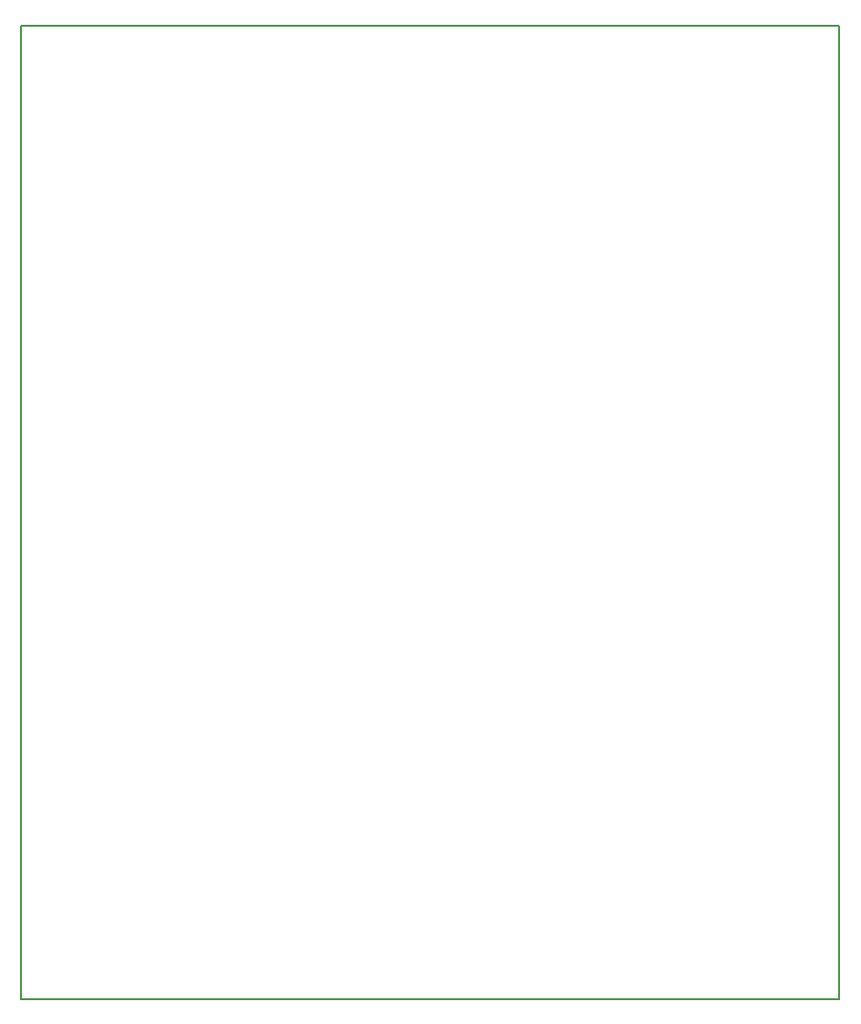
<source format=gko>
G04 #@! TF.FileFunction,Profile,NP*
%FSLAX46Y46*%
G04 Gerber Fmt 4.6, Leading zero omitted, Abs format (unit mm)*
G04 Created by KiCad (PCBNEW 4.0.6+dfsg1-1) date Mon Feb 26 19:52:27 2018*
%MOMM*%
%LPD*%
G01*
G04 APERTURE LIST*
%ADD10C,0.100000*%
%ADD11C,0.150000*%
G04 APERTURE END LIST*
D10*
D11*
X71120Y86431120D02*
X72715120Y86431120D01*
X71120Y71120D02*
X71120Y86431120D01*
X72715120Y71120D02*
X71120Y71120D01*
X72715120Y86431120D02*
X72715120Y71120D01*
M02*

</source>
